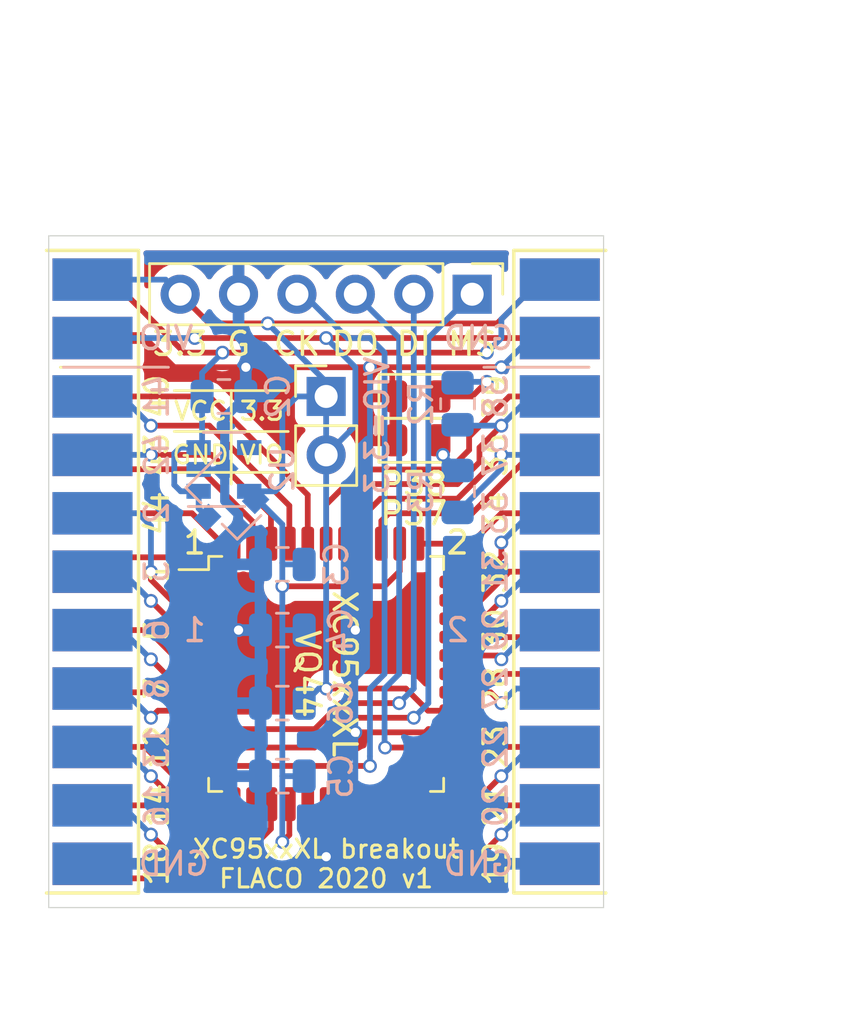
<source format=kicad_pcb>
(kicad_pcb (version 20211014) (generator pcbnew)
  (title_block (title "XC95xxXL-VQ64 Breakout board") (date "2020-11-23") (rev "1") (company "FLACO 2019, licence of this PCB is CC-BY-NC-SA") (comment 1 "breaks all IOs to external pins") (comment 2 "supports an optional active oscillator on GCK3") (comment 3 "supports user external VCCIO for 2.5v operation") (comment 4 "warning : jumpers are connected on PCB, cut the traces before installing the jumper"))
  (layers (0 "F.Cu" signal) (31 "B.Cu" signal) (34 "B.Paste" user) (35 "F.Paste" user) (36 "B.SilkS" user "B.Silkscreen") (37 "F.SilkS" user "F.Silkscreen") (38 "B.Mask" user) (39 "F.Mask" user) (44 "Edge.Cuts" user))
  (net 0 "")
  (net 1 "GND")
  (net 2 "+5V")
  (net 3 "Net-(D1-Pad2)")
  (net 4 "Net-(D2-Pad2)")
  (net 5 "/TCK")
  (net 6 "/TDO")
  (net 7 "/TDI")
  (net 8 "/TMS")
  (net 9 "/1_14")
  (net 10 "/1_2")
  (net 11 "/2_17")
  (net 12 "/2_9")
  (net 13 "/2_8")
  (net 14 "/2_6")
  (net 15 "/2_5")
  (net 16 "/2_2")
  (net 17 "/2_4")
  (net 18 "/2_3")
  (net 19 "/1_12")
  (net 20 "/1_17")
  (net 21 "/1_15")
  (net 22 "/1_10")
  (net 23 "/1_11")
  (net 24 "/1_9")
  (net 25 "/1_4")
  (net 26 "/1_3")
  (net 27 "/1_8")
  (net 28 "/1_6")
  (net 29 "/1_5")
  (net 30 "/2_15")
  (net 31 "/2_14")
  (net 32 "/2_12")
  (net 33 "/2_11")
  (net 34 "/2_10")
  (net 35 "+3.3V")
  (net 36 "/1_1")
  (net 37 "/2_1")
  (net 38 "/2_7")
  (net 39 "/2_13")
  (net 40 "/2_16")
  (net 41 "/1_16")
  (net 42 "/1_13")
  (net 43 "/1_7")
  (footprint "LED_SMD:LED_0805_2012Metric" (layer "F.Cu") (at 111.93 83.82)
    (fp_text reference "D1" hide)
    (fp_text value "4_15")
  )
  (footprint "LED_SMD:LED_0805_2012Metric" (layer "F.Cu") (at 111.93 85.725)
    (fp_text reference "D2" hide)
    (fp_text value "4_10")
  )
  (footprint "Connector_PinHeader_2.54mm:PinHeader_1x02_P2.54mm_Vertical" (layer "F.Cu") (at 107.95 83.82)
    (fp_text reference "JP2" hide)
    (fp_text value "VCCIO")
  )
  (footprint "Sassa:Pin_Header_2x11_Male_EdgeMount_Pitch2.54mm" (layer "F.Cu") (at 97.79 78.74 -90)
    (fp_text reference "J2" hide)
    (fp_text value "Block 1")
  )
  (footprint "Sassa:Pin_Header_2x11_Male_EdgeMount_Pitch2.54mm" (layer "F.Cu") (at 118.11 104.14 90)
    (fp_text reference "J3" hide)
    (fp_text value "Block 2")
  )
  (footprint "Connector_PinHeader_2.54mm:PinHeader_1x06_P2.54mm_Vertical" (layer "F.Cu") (at 114.3 79.375 -90)
    (fp_text reference "J1" hide)
    (fp_text value "JTAG")
  )
  (footprint "Package_QFP:LQFP-44_10x10mm_P0.8mm" (layer "F.Cu") (at 107.95 95.885)
    (fp_text reference "U1" hide)
    (fp_text value "XC9536XL-VQ44")
  )
  (footprint "Resistor_SMD:R_0805_2012Metric" (layer "B.Cu") (at 113.665 84.14 90)
    (fp_text reference "R2")
    (fp_text value "2k")
  )
  (footprint "Capacitor_SMD:C_0805_2012Metric" (layer "B.Cu") (at 106.045 97.155 180)
    (fp_text reference "C6")
    (fp_text value "100n")
  )
  (footprint "Capacitor_SMD:C_0805_2012Metric" (layer "B.Cu") (at 106.045 100.33 180)
    (fp_text reference "C5")
    (fp_text value "100n")
  )
  (footprint "Package_TO_SOT_SMD:SOT-23-5" (layer "B.Cu") (at 103.505 86.995)
    (fp_text reference "U2")
    (fp_text value "SPX3819M5-L-3-3")
  )
  (footprint "Capacitor_SMD:C_0805_2012Metric" (layer "B.Cu") (at 106.045 93.98 180)
    (fp_text reference "C4")
    (fp_text value "100n")
  )
  (footprint "Capacitor_SMD:C_0805_2012Metric" (layer "B.Cu") (at 103.505 83.82)
    (fp_text reference "C2")
    (fp_text value "1u")
  )
  (footprint "Capacitor_SMD:C_0805_2012Metric" (layer "B.Cu") (at 106.045 91.1225 180)
    (fp_text reference "C3")
    (fp_text value "1u")
  )
  (footprint "Resistor_SMD:R_0805_2012Metric" (layer "B.Cu") (at 113.665 87.95 90)
    (fp_text reference "R3")
    (fp_text value "2k")
  )
  (footprint "Sassa:SOT-23" (layer "B.Cu") (at 103.505 88.373858 -135)
    (fp_text reference "U3" hide)
    (fp_text value "XC6206PxxxMR")
  )
  (gr_line (start 96.52 82.55) (end 101.092 82.55) (layer "B.SilkS") (width 0.12))
  (gr_line (start 114.808 82.55) (end 119.38 82.55) (layer "B.SilkS") (width 0.12))
  (gr_line (start 96.393 82.55) (end 100.965 82.55) (layer "F.SilkS") (width 0.12))
  (gr_line (start 119.38 82.55) (end 114.935 82.55) (layer "F.SilkS") (width 0.12))
  (gr_line (start 101.346 87.122) (end 103.8225 87.122) (layer "F.SilkS") (width 0.12))
  (gr_line (start 101.346 85.344) (end 103.8225 85.344) (layer "F.SilkS") (width 0.12))
  (gr_line (start 106.299 83.566) (end 103.8225 83.566) (layer "F.SilkS") (width 0.12))
  (gr_line (start 106.299 87.122) (end 103.8225 87.122) (layer "F.SilkS") (width 0.12))
  (gr_line (start 106.299 85.344) (end 103.8225 85.344) (layer "F.SilkS") (width 0.12))
  (gr_line (start 101.346 83.566) (end 103.8225 83.566) (layer "F.SilkS") (width 0.12))
  (gr_line (start 103.8225 83.566) (end 103.8225 87.63) (layer "F.SilkS") (width 0.12))
  (gr_line (start 95.885 106.045) (end 95.885 76.835) (layer "Edge.Cuts") (width 0.05))
  (gr_line (start 120.015 76.835) (end 120.015 106.045) (layer "Edge.Cuts") (width 0.05))
  (gr_line (start 95.885 76.835) (end 120.015 76.835) (layer "Edge.Cuts") (width 0.05))
  (gr_line (start 120.015 106.045) (end 95.885 106.045) (layer "Edge.Cuts") (width 0.05))
  (gr_text "1" (at 102.235 93.98) (layer "B.SilkS") (effects (font (size 1 1)) (justify mirror)))
  (gr_text "2" (at 113.665 93.98) (layer "B.SilkS") (effects (font (size 1 1)) (justify mirror)))
  (gr_text "VIO=3.3" (at 110.1725 85.09 90) (layer "B.SilkS") (effects (font (size 1 1)) (justify mirror)))
  (gr_text "GND" (at 116.205 81.28) (layer "B.SilkS") (effects (font (size 1 1)) (justify left mirror)))
  (gr_text "VIO" (at 99.695 81.28) (layer "B.SilkS") (effects (font (size 1 1)) (justify right mirror)))
  (gr_text "6" (at 100.584 93.98 90) (layer "B.SilkS") (effects (font (size 1 1)) (justify mirror)))
  (gr_text "GND" (at 99.695 104.14) (layer "B.SilkS") (effects (font (size 1 1)) (justify right mirror)))
  (gr_text "20" (at 115.316 101.6 90) (layer "B.SilkS") (effects (font (size 1 1)) (justify mirror)))
  (gr_text "31" (at 115.316 91.44 90) (layer "B.SilkS") (effects (font (size 1 1)) (justify mirror)))
  (gr_text "2" (at 100.584 88.9 90) (layer "B.SilkS") (effects (font (size 1 1)) (justify mirror)))
  (gr_text "GND" (at 116.205 104.14) (layer "B.SilkS") (effects (font (size 1 1)) (justify left mirror)))
  (gr_text "8" (at 100.584 96.52 90) (layer "B.SilkS") (effects (font (size 1 1)) (justify mirror)))
  (gr_text "13" (at 100.584 99.06 90) (layer "B.SilkS") (effects (font (size 1 1)) (justify mirror)))
  (gr_text "3" (at 100.584 91.44 90) (layer "B.SilkS") (effects (font (size 1 1)) (justify mirror)))
  (gr_text "22" (at 115.316 99.06 90) (layer "B.SilkS") (effects (font (size 1 1)) (justify mirror)))
  (gr_text "29" (at 115.316 93.98 90) (layer "B.SilkS") (effects (font (size 1 1)) (justify mirror)))
  (gr_text "33" (at 115.316 88.9 90) (layer "B.SilkS") (effects (font (size 1 1)) (justify mirror)))
  (gr_text "37" (at 115.316 86.36 90) (layer "B.SilkS") (effects (font (size 1 1)) (justify mirror)))
  (gr_text "41" (at 100.584 83.82 90) (layer "B.SilkS") (effects (font (size 1 1)) (justify mirror)))
  (gr_text "38" (at 115.316 83.82 90) (layer "B.SilkS") (effects (font (size 1 1)) (justify mirror)))
  (gr_text "27" (at 115.316 96.52 90) (layer "B.SilkS") (effects (font (size 1 1)) (justify mirror)))
  (gr_text "42" (at 100.584 86.36 90) (layer "B.SilkS") (effects (font (size 1 1)) (justify mirror)))
  (gr_text "16" (at 100.584 101.6 90) (layer "B.SilkS") (effects (font (size 1 1)) (justify mirror)))
  (gr_text "34" (at 115.316 88.9 90) (layer "F.SilkS") (effects (font (size 1 1))))
  (gr_text "32" (at 115.316 91.44 90) (layer "F.SilkS") (effects (font (size 1 1))))
  (gr_text "VCC" (at 102.489 84.455) (layer "F.SilkS") (effects (font (size 0.8 0.8) (thickness 0.13))))
  (gr_text "VIO" (at 105.156 86.36) (layer "F.SilkS") (effects (font (size 0.8 0.8) (thickness 0.12))))
  (gr_text "GND" (at 102.489 86.36) (layer "F.SilkS") (effects (font (size 0.8 0.8) (thickness 0.12))))
  (gr_text "3.3" (at 105.156 84.455) (layer "F.SilkS") (effects (font (size 0.8 0.8) (thickness 0.13))))
  (gr_text "7" (at 100.584 96.52 90) (layer "F.SilkS") (effects (font (size 1 1))))
  (gr_text "36" (at 115.316 86.36 90) (layer "F.SilkS") (effects (font (size 1 1))))
  (gr_text "19" (at 115.316 104.14 90) (layer "F.SilkS") (effects (font (size 1 1))))
  (gr_text "CK" (at 106.68 81.534) (layer "F.SilkS") (effects (font (size 1 1))))
  (gr_text "P38" (at 111.76 87.63) (layer "F.SilkS") (effects (font (size 1 1))))
  (gr_text "23" (at 115.316 99.06 90) (layer "F.SilkS") (effects (font (size 1 1))))
  (gr_text "5" (at 100.584 93.98 90) (layer "F.SilkS") (effects (font (size 1 1))))
  (gr_text "DI" (at 111.76 81.534) (layer "F.SilkS") (effects (font (size 1 1))))
  (gr_text "MS" (at 114.3 81.534) (layer "F.SilkS") (effects (font (size 1 1))))
  (gr_text "39" (at 115.316 83.82 90) (layer "F.SilkS") (effects (font (size 1 1))))
  (gr_text "1" (at 100.584 91.44 90) (layer "F.SilkS") (effects (font (size 1 1))))
  (gr_text "14" (at 100.584 101.6 90) (layer "F.SilkS") (effects (font (size 1 1))))
  (gr_text "44" (at 100.584 88.9 90) (layer "F.SilkS") (effects (font (size 1 1))))
  (gr_text "1" (at 102.235 90.17) (layer "F.SilkS") (effects (font (size 1 1))))
  (gr_text "40" (at 100.584 83.82 90) (layer "F.SilkS") (effects (font (size 1 1))))
  (gr_text "43" (at 100.584 86.36 90) (layer "F.SilkS") (effects (font (size 1 1))))
  (gr_text "P37" (at 111.76 88.9) (layer "F.SilkS") (effects (font (size 1 1))))
  (gr_text "XC95xxXL\nVQ44" (at 107.95 95.885 270) (layer "F.SilkS") (effects (font (size 1 1))))
  (gr_text "18" (at 100.584 104.14 90) (layer "F.SilkS") (effects (font (size 1 1))))
  (gr_text "28" (at 115.316 96.52 90) (layer "F.SilkS") (effects (font (size 1 1))))
  (gr_text "G" (at 104.14 81.534) (layer "F.SilkS") (effects (font (size 1 1))))
  (gr_text "3.3" (at 101.6 81.534) (layer "F.SilkS") (effects (font (size 1 1))))
  (gr_text "2" (at 113.665 90.17) (layer "F.SilkS") (effects (font (size 1 1))))
  (gr_text "XC95xxXL breakout\nFLACO 2020 v1" (at 107.95 104.14) (layer "F.SilkS") (effects (font (size 0.8 0.8) (thickness 0.13))))
  (gr_text "12" (at 100.584 99.06 90) (layer "F.SilkS") (effects (font (size 1 1))))
  (gr_text "21" (at 115.316 101.6 90) (layer "F.SilkS") (effects (font (size 1 1))))
  (gr_text "30" (at 115.316 93.98 90) (layer "F.SilkS") (effects (font (size 1 1))))
  (gr_text "DO" (at 109.22 81.534) (layer "F.SilkS") (effects (font (size 1 1))))
  (segment (start 97.79 81.28) (end 99.8855 81.28) (width 0.25) (layer "F.Cu") (net 1))
  (segment (start 107.95 101.5475) (end 107.95 103.828759) (width 0.25) (layer "F.Cu") (net 1))
  (segment (start 110.83 83.82) (end 110.83 82.89) (width 0.25) (layer "F.Cu") (net 1))
  (segment (start 112.395 98.285) (end 113.6125 98.285) (width 0.25) (layer "F.Cu") (net 1))
  (segment (start 103.835 94.285) (end 104.140002 93.979998) (width 0.25) (layer "F.Cu") (net 1))
  (segment (start 112.395 98.285) (end 112.255 98.425) (width 0.25) (layer "F.Cu") (net 1))
  (segment (start 110.83 85.725) (end 110.83 83.82) (width 0.25) (layer "F.Cu") (net 1))
  (segment (start 109.855 82.55) (end 104.4575 82.55) (width 0.25) (layer "F.Cu") (net 1))
  (segment (start 101.1555 82.55) (end 104.4575 82.55) (width 0.25) (layer "F.Cu") (net 1))
  (segment (start 99.8855 81.28) (end 101.1555 82.55) (width 0.25) (layer "F.Cu") (net 1))
  (segment (start 102.2875 94.285) (end 103.835 94.285) (width 0.25) (layer "F.Cu") (net 1))
  (segment (start 107.95 103.828759) (end 107.953174 103.831933) (width 0.25) (layer "F.Cu") (net 1))
  (segment (start 110.83 82.89) (end 110.49 82.55) (width 0.25) (layer "F.Cu") (net 1))
  (segment (start 109.219998 93.979998) (end 109.22 93.98) (width 0.25) (layer "F.Cu") (net 1))
  (segment (start 109.855 82.55) (end 110.49 82.55) (width 0.25) (layer "F.Cu") (net 1))
  (segment (start 112.255 98.425) (end 109.22 98.425) (width 0.25) (layer "F.Cu") (net 1))
  (segment (start 104.140002 93.979998) (end 109.219998 93.979998) (width 0.25) (layer "F.Cu") (net 1))
  (segment (start 110.49 82.55) (end 115.57 82.55) (width 0.25) (layer "F.Cu") (net 1))
  (via (at 115.57 82.55) (size 0.6) (drill 0.4) (layers "F.Cu" "B.Cu") (net 1))
  (via (at 104.140002 93.979998) (size 0.6) (drill 0.4) (layers "F.Cu" "B.Cu") (net 1))
  (via (at 107.953174 103.831933) (size 0.6) (drill 0.4) (layers "F.Cu" "B.Cu") (net 1))
  (via (at 109.22 98.425) (size 0.6) (drill 0.4) (layers "F.Cu" "B.Cu") (net 1))
  (via (at 109.855 82.55) (size 0.6) (drill 0.4) (layers "F.Cu" "B.Cu") (net 1))
  (via (at 104.4575 82.55) (size 0.6) (drill 0.4) (layers "F.Cu" "B.Cu") (net 1))
  (via (at 109.22 93.98) (size 0.6) (drill 0.4) (layers "F.Cu" "B.Cu") (net 1))
  (segment (start 102.405 86.995) (end 103.540355 86.995) (width 0.25) (layer "B.Cu") (net 1))
  (segment (start 115.57 82.55) (end 116.84 81.28) (width 0.25) (layer "B.Cu") (net 1))
  (segment (start 104.4575 83.8175) (end 104.455 83.82) (width 0.4) (layer "B.Cu") (net 1))
  (segment (start 107.953174 103.831933) (end 109.22 102.565107) (width 0.25) (layer "B.Cu") (net 1))
  (segment (start 103.540355 88.363855) (end 104.14 88.9635) (width 0.4) (layer "B.Cu") (net 1))
  (segment (start 104.4575 81.534) (end 104.4575 82.55) (width 0.4) (layer "B.Cu") (net 1))
  (segment (start 104.14 88.9635) (end 104.14 89.535) (width 0.4) (layer "B.Cu") (net 1))
  (segment (start 103.540355 86.995) (end 103.540355 88.363855) (width 0.4) (layer "B.Cu") (net 1))
  (segment (start 104.4575 82.55) (end 104.4575 83.8175) (width 0.4) (layer "B.Cu") (net 1))
  (segment (start 103.540355 86.995) (end 103.540355 84.734645) (width 0.4) (layer "B.Cu") (net 1))
  (segment (start 104.14 81.2165) (end 104.4575 81.534) (width 0.4) (layer "B.Cu") (net 1))
  (segment (start 103.540355 84.734645) (end 104.455 83.82) (width 0.4) (layer "B.Cu") (net 1))
  (segment (start 109.855 93.345) (end 109.22 93.98) (width 0.25) (layer "B.Cu") (net 1))
  (segment (start 109.22 98.425) (end 109.22 93.98) (width 0.25) (layer "B.Cu") (net 1))
  (segment (start 116.84 81.28) (end 118.11 81.28) (width 0.25) (layer "B.Cu") (net 1))
  (segment (start 109.855 82.55) (end 109.855 93.345) (width 0.25) (layer "B.Cu") (net 1))
  (segment (start 109.22 102.565107) (end 109.22 98.425) (width 0.25) (layer "B.Cu") (net 1))
  (segment (start 104.14 79.375) (end 104.14 81.2165) (width 0.4) (layer "B.Cu") (net 1))
  (segment (start 97.79 78.74) (end 98.606666 78.74) (width 0.25) (layer "F.Cu") (net 2))
  (segment (start 103.864254 81.915) (end 103.43999 81.915) (width 0.25) (layer "F.Cu") (net 2))
  (segment (start 101.781666 81.915) (end 103.43999 81.915) (width 0.25) (layer "F.Cu") (net 2))
  (segment (start 114.935 81.915) (end 103.864254 81.915) (width 0.25) (layer "F.Cu") (net 2))
  (segment (start 98.606666 78.74) (end 101.781666 81.915) (width 0.25) (layer "F.Cu") (net 2))
  (via (at 103.43999 81.915) (size 0.6) (drill 0.4) (layers "F.Cu" "B.Cu") (net 2))
  (via (at 114.935 81.915) (size 0.6) (drill 0.4) (layers "F.Cu" "B.Cu") (net 2))
  (segment (start 101.625 87.945) (end 102.405 87.945) (width 0.25) (layer "B.Cu") (net 2))
  (segment (start 102.555 85.895) (end 102.405 86.045) (width 0.25) (layer "B.Cu") (net 2))
  (segment (start 102.555 83.82) (end 102.555 85.895) (width 0.25) (layer "B.Cu") (net 2))
  (segment (start 102.405 88.688072) (end 102.797893 89.080965) (width 0.25) (layer "B.Cu") (net 2))
  (segment (start 102.405 87.945) (end 102.405 88.688072) (width 0.25) (layer "B.Cu") (net 2))
  (segment (start 101.346 86.2965) (end 101.346 87.666) (width 0.25) (layer "B.Cu") (net 2))
  (segment (start 101.346 87.666) (end 101.625 87.945) (width 0.25) (layer "B.Cu") (net 2))
  (segment (start 114.935 81.915) (end 115.57 81.28) (width 0.25) (layer "B.Cu") (net 2))
  (segment (start 117.293334 78.74) (end 118.11 78.74) (width 0.25) (layer "B.Cu") (net 2))
  (segment (start 115.57 81.28) (end 115.57 80.463334) (width 0.25) (layer "B.Cu") (net 2))
  (segment (start 102.555 82.79999) (end 103.43999 81.915) (width 0.25) (layer "B.Cu") (net 2))
  (segment (start 102.405 86.045) (end 101.5975 86.045) (width 0.25) (layer "B.Cu") (net 2))
  (segment (start 115.57 80.463334) (end 117.293334 78.74) (width 0.25) (layer "B.Cu") (net 2))
  (segment (start 101.5975 86.045) (end 101.346 86.2965) (width 0.25) (layer "B.Cu") (net 2))
  (segment (start 102.555 83.82) (end 102.555 82.79999) (width 0.25) (layer "B.Cu") (net 2))
  (segment (start 113.03 83.82) (end 114.3 83.82) (width 0.25) (layer "F.Cu") (net 3))
  (segment (start 114.3 83.82) (end 114.935 83.185) (width 0.25) (layer "F.Cu") (net 3))
  (via (at 114.935 83.185) (size 0.6) (drill 0.4) (layers "F.Cu" "B.Cu") (net 3))
  (segment (start 113.67 83.185) (end 113.665 83.19) (width 0.25) (layer "B.Cu") (net 3))
  (segment (start 114.935 83.185) (end 113.67 83.185) (width 0.25) (layer "B.Cu") (net 3))
  (segment (start 113.03 85.725) (end 113.03 86.36) (width 0.25) (layer "F.Cu") (net 4))
  (via (at 113.03 86.36) (size 0.6) (drill 0.4) (layers "F.Cu" "B.Cu") (net 4))
  (segment (start 113.03 86.365) (end 113.665 87) (width 0.25) (layer "B.Cu") (net 4))
  (segment (start 113.03 86.36) (end 113.03 86.365) (width 0.25) (layer "B.Cu") (net 4))
  (segment (start 102.288 99.8855) (end 105.6005 99.8855) (width 0.25) (layer "F.Cu") (net 5))
  (segment (start 102.2875 99.885) (end 102.288 99.8855) (width 0.25) (layer "F.Cu") (net 5))
  (segment (start 105.6005 99.8855) (end 109.855 99.8855) (width 0.25) (layer "F.Cu") (net 5))
  (via (at 109.855 99.8855) (size 0.6) (drill 0.4) (layers "F.Cu" "B.Cu") (net 5))
  (segment (start 109.855 99.461236) (end 109.855 99.8855) (width 0.25) (layer "B.Cu") (net 5))
  (segment (start 110.49 81.915) (end 110.49 95.885) (width 0.25) (layer "B.Cu") (net 5))
  (segment (start 110.49 95.885) (end 109.855 96.52) (width 0.25) (layer "B.Cu") (net 5))
  (segment (start 109.855 81.28) (end 110.49 81.915) (width 0.25) (layer "B.Cu") (net 5))
  (segment (start 108.875002 81.28) (end 109.855 81.28) (width 0.25) (layer "B.Cu") (net 5))
  (segment (start 106.970002 79.375) (end 108.875002 81.28) (width 0.25) (layer "B.Cu") (net 5))
  (segment (start 106.68 79.375) (end 106.970002 79.375) (width 0.25) (layer "B.Cu") (net 5))
  (segment (start 109.855 96.52) (end 109.855 99.461236) (width 0.25) (layer "B.Cu") (net 5))
  (segment (start 113.6125 99.085) (end 110.515 99.085) (width 0.25) (layer "F.Cu") (net 6))
  (via (at 110.515 99.085) (size 0.6) (drill 0.4) (layers "F.Cu" "B.Cu") (net 6))
  (segment (start 110.49 99.06) (end 110.515 99.085) (width 0.25) (layer "B.Cu") (net 6))
  (segment (start 109.22 79.375) (end 111.125 81.28) (width 0.25) (layer "B.Cu") (net 6))
  (segment (start 110.49 96.52141) (end 110.49 99.06) (width 0.25) (layer "B.Cu") (net 6))
  (segment (start 111.125 95.88641) (end 110.49 96.52141) (width 0.25) (layer "B.Cu") (net 6))
  (segment (start 111.125 81.28) (end 111.125 95.88641) (width 0.25) (layer "B.Cu") (net 6))
  (segment (start 107.455 98.285) (end 108.585 97.155) (width 0.25) (layer "F.Cu") (net 7))
  (segment (start 102.2875 98.285) (end 107.455 98.285) (width 0.25) (layer "F.Cu") (net 7))
  (segment (start 108.585 97.155) (end 111.125 97.155) (width 0.25) (layer "F.Cu") (net 7))
  (via (at 111.125 97.155) (size 0.6) (drill 0.4) (layers "F.Cu" "B.Cu") (net 7))
  (segment (start 111.76 79.375) (end 111.76 96.52) (width 0.25) (layer "B.Cu") (net 7))
  (segment (start 111.76 96.52) (end 111.125 97.155) (width 0.25) (layer "B.Cu") (net 7))
  (segment (start 108.741805 97.79) (end 111.76 97.79) (width 0.25) (layer "F.Cu") (net 8))
  (segment (start 102.2875 99.085) (end 107.446805 99.085) (width 0.25) (layer "F.Cu") (net 8))
  (segment (start 107.446805 99.085) (end 108.741805 97.79) (width 0.25) (layer "F.Cu") (net 8))
  (via (at 111.76 97.79) (size 0.6) (drill 0.4) (layers "F.Cu" "B.Cu") (net 8))
  (segment (start 112.395 97.155) (end 111.76 97.79) (width 0.25) (layer "B.Cu") (net 8))
  (segment (start 114.3 79.375) (end 112.395 81.28) (width 0.25) (layer "B.Cu") (net 8))
  (segment (start 112.395 81.28) (end 112.395 97.155) (width 0.25) (layer "B.Cu") (net 8))
  (segment (start 102.87 102.87) (end 100.33 100.33) (width 0.25) (layer "F.Cu") (net 9))
  (segment (start 104.75 101.5475) (end 104.75 102.514) (width 0.25) (layer "F.Cu") (net 9))
  (segment (start 104.75 102.514) (end 104.394 102.87) (width 0.25) (layer "F.Cu") (net 9))
  (segment (start 104.394 102.87) (end 102.87 102.87) (width 0.25) (layer "F.Cu") (net 9))
  (via (at 100.33 100.33) (size 0.6) (drill 0.4) (layers "F.Cu" "B.Cu") (net 9))
  (segment (start 99.06 99.06) (end 97.79 99.06) (width 0.25) (layer "B.Cu") (net 9))
  (segment (start 100.33 100.33) (end 99.06 99.06) (width 0.25) (layer "B.Cu") (net 9))
  (segment (start 102.87 85.09) (end 100.33 85.09) (width 0.25) (layer "F.Cu") (net 10))
  (segment (start 106.35 88.57) (end 102.87 85.09) (width 0.25) (layer "F.Cu") (net 10))
  (segment (start 106.35 90.2225) (end 106.35 88.57) (width 0.25) (layer "F.Cu") (net 10))
  (via (at 100.33 85.09) (size 0.6) (drill 0.4) (layers "F.Cu" "B.Cu") (net 10))
  (segment (start 100.33 85.09) (end 99.06 83.82) (width 0.25) (layer "B.Cu") (net 10))
  (segment (start 99.06 83.82) (end 97.79 83.82) (width 0.25) (layer "B.Cu") (net 10))
  (segment (start 109.55 101.5475) (end 109.55 103.073) (width 0.25) (layer "F.Cu") (net 11))
  (segment (start 110.617 104.14) (end 118.11 104.14) (width 0.25) (layer "F.Cu") (net 11))
  (segment (start 109.55 103.073) (end 110.617 104.14) (width 0.25) (layer "F.Cu") (net 11))
  (segment (start 113.6125 94.285) (end 117.805 94.285) (width 0.25) (layer "F.Cu") (net 12))
  (segment (start 117.805 94.285) (end 118.11 93.98) (width 0.25) (layer "F.Cu") (net 12))
  (segment (start 113.6125 93.485) (end 114.795 93.485) (width 0.25) (layer "F.Cu") (net 13))
  (segment (start 114.795 93.485) (end 115.57 92.71) (width 0.25) (layer "F.Cu") (net 13))
  (via (at 115.57 92.71) (size 0.6) (drill 0.4) (layers "F.Cu" "B.Cu") (net 13))
  (segment (start 116.84 91.44) (end 115.57 92.71) (width 0.25) (layer "B.Cu") (net 13))
  (segment (start 118.11 91.44) (end 116.84 91.44) (width 0.25) (layer "B.Cu") (net 13))
  (segment (start 113.6125 91.885) (end 114.49 91.885) (width 0.25) (layer "F.Cu") (net 14))
  (segment (start 115.57 90.805) (end 115.57 90.17) (width 0.25) (layer "F.Cu") (net 14))
  (segment (start 114.49 91.885) (end 115.57 90.805) (width 0.25) (layer "F.Cu") (net 14))
  (via (at 115.57 90.17) (size 0.6) (drill 0.4) (layers "F.Cu" "B.Cu") (net 14))
  (segment (start 118.11 88.9) (end 116.84 88.9) (width 0.25) (layer "B.Cu") (net 14))
  (segment (start 116.84 88.9) (end 115.57 90.17) (width 0.25) (layer "B.Cu") (net 14))
  (segment (start 115.57 88.9) (end 118.11 88.9) (width 0.25) (layer "F.Cu") (net 15))
  (segment (start 111.95 90.2225) (end 114.2475 90.2225) (width 0.25) (layer "F.Cu") (net 15))
  (segment (start 114.2475 90.2225) (end 115.57 88.9) (width 0.25) (layer "F.Cu") (net 15))
  (segment (start 114.6175 86.67609) (end 113.66359 87.63) (width 0.25) (layer "F.Cu") (net 16))
  (segment (start 115.57 85.09) (end 114.6175 86.0425) (width 0.25) (layer "F.Cu") (net 16))
  (segment (start 109.855 87.63) (end 108.75 88.735) (width 0.25) (layer "F.Cu") (net 16))
  (segment (start 108.75 88.735) (end 108.75 90.2225) (width 0.25) (layer "F.Cu") (net 16))
  (segment (start 114.6175 86.0425) (end 114.6175 86.67609) (width 0.25) (layer "F.Cu") (net 16))
  (segment (start 113.66359 87.63) (end 109.855 87.63) (width 0.25) (layer "F.Cu") (net 16))
  (via (at 115.57 85.09) (size 0.6) (drill 0.4) (layers "F.Cu" "B.Cu") (net 16))
  (segment (start 115.57 85.09) (end 113.7025 85.09) (width 0.25) (layer "B.Cu") (net 16))
  (segment (start 113.7025 85.09) (end 113.665 85.0525) (width 0.25) (layer "B.Cu") (net 16))
  (segment (start 116.84 83.82) (end 118.11 83.82) (width 0.25) (layer "B.Cu") (net 16))
  (segment (start 115.57 85.09) (end 116.84 83.82) (width 0.25) (layer "B.Cu") (net 16))
  (segment (start 109.55 89.0275) (end 110.3125 88.265) (width 0.25) (layer "F.Cu") (net 17))
  (segment (start 113.665 88.265) (end 115.57 86.36) (width 0.25) (layer "F.Cu") (net 17))
  (segment (start 109.55 90.2225) (end 109.55 89.0275) (width 0.25) (layer "F.Cu") (net 17))
  (segment (start 110.3125 88.265) (end 113.665 88.265) (width 0.25) (layer "F.Cu") (net 17))
  (via (at 115.57 86.36) (size 0.6) (drill 0.4) (layers "F.Cu" "B.Cu") (net 17))
  (segment (start 113.665 88.8625) (end 115.57 86.9575) (width 0.25) (layer "B.Cu") (net 17))
  (segment (start 115.57 86.9575) (end 115.57 86.36) (width 0.25) (layer "B.Cu") (net 17))
  (segment (start 115.57 86.36) (end 118.11 86.36) (width 0.25) (layer "B.Cu") (net 17))
  (segment (start 110.6805 88.9) (end 114.3 88.9) (width 0.25) (layer "F.Cu") (net 18))
  (segment (start 110.35 90.2225) (end 110.35 89.2305) (width 0.25) (layer "F.Cu") (net 18))
  (segment (start 116.84 86.36) (end 118.11 86.36) (width 0.25) (layer "F.Cu") (net 18))
  (segment (start 114.3 88.9) (end 116.84 86.36) (width 0.25) (layer "F.Cu") (net 18))
  (segment (start 110.35 89.2305) (end 110.6805 88.9) (width 0.25) (layer "F.Cu") (net 18))
  (segment (start 102.2875 97.485) (end 100.635 97.485) (width 0.25) (layer "F.Cu") (net 19))
  (segment (start 100.635 97.485) (end 100.33 97.79) (width 0.25) (layer "F.Cu") (net 19))
  (via (at 100.33 97.79) (size 0.6) (drill 0.4) (layers "F.Cu" "B.Cu") (net 19))
  (segment (start 99.06 96.52) (end 97.79 96.52) (width 0.25) (layer "B.Cu") (net 19))
  (segment (start 100.33 97.79) (end 99.06 96.52) (width 0.25) (layer "B.Cu") (net 19))
  (segment (start 108.75 103.975) (end 108.75 101.5475) (width 0.25) (layer "F.Cu") (net 20))
  (segment (start 97.79 104.14) (end 98.425 104.775) (width 0.25) (layer "F.Cu") (net 20))
  (segment (start 98.425 104.775) (end 107.95 104.775) (width 0.25) (layer "F.Cu") (net 20))
  (segment (start 107.95 104.775) (end 108.75 103.975) (width 0.25) (layer "F.Cu") (net 20))
  (segment (start 105.55 102.619228) (end 105.55 101.5475) (width 0.25) (layer "F.Cu") (net 21))
  (segment (start 102.092511 103.320011) (end 104.849217 103.320011) (width 0.25) (layer "F.Cu") (net 21))
  (segment (start 97.79 101.6) (end 100.3725 101.6) (width 0.25) (layer "F.Cu") (net 21))
  (segment (start 104.849217 103.320011) (end 105.55 102.619228) (width 0.25) (layer "F.Cu") (net 21))
  (segment (start 100.3725 101.6) (end 102.092511 103.320011) (width 0.25) (layer "F.Cu") (net 21))
  (segment (start 102.2875 95.885) (end 100.965 95.885) (width 0.25) (layer "F.Cu") (net 22))
  (segment (start 100.965 95.885) (end 100.33 95.25) (width 0.25) (layer "F.Cu") (net 22))
  (via (at 100.33 95.25) (size 0.6) (drill 0.4) (layers "F.Cu" "B.Cu") (net 22))
  (segment (start 99.06 93.98) (end 100.33 95.25) (width 0.25) (layer "B.Cu") (net 22))
  (segment (start 97.79 93.98) (end 99.06 93.98) (width 0.25) (layer "B.Cu") (net 22))
  (segment (start 102.2875 96.685) (end 97.955 96.685) (width 0.25) (layer "F.Cu") (net 23))
  (segment (start 97.955 96.685) (end 97.79 96.52) (width 0.25) (layer "F.Cu") (net 23))
  (segment (start 101.308 95.085) (end 102.2875 95.085) (width 0.25) (layer "F.Cu") (net 24))
  (segment (start 100.203 93.98) (end 101.308 95.085) (width 0.25) (layer "F.Cu") (net 24))
  (segment (start 97.79 93.98) (end 100.203 93.98) (width 0.25) (layer "F.Cu") (net 24))
  (segment (start 105.55 88.945) (end 102.965 86.36) (width 0.25) (layer "F.Cu") (net 25))
  (segment (start 105.55 90.2225) (end 105.55 88.945) (width 0.25) (layer "F.Cu") (net 25))
  (segment (start 102.965 86.36) (end 100.33 86.36) (width 0.25) (layer "F.Cu") (net 25))
  (via (at 100.33 86.36) (size 0.6) (drill 0.4) (layers "F.Cu" "B.Cu") (net 25))
  (segment (start 97.79 86.36) (end 100.33 86.36) (width 0.25) (layer "B.Cu") (net 25))
  (segment (start 104.75 90.2225) (end 104.75 89.256) (width 0.25) (layer "F.Cu") (net 26))
  (segment (start 102.479001 86.985001) (end 98.415001 86.985001) (width 0.25) (layer "F.Cu") (net 26))
  (segment (start 104.75 89.256) (end 102.479001 86.985001) (width 0.25) (layer "F.Cu") (net 26))
  (segment (start 98.415001 86.985001) (end 97.79 86.36) (width 0.25) (layer "F.Cu") (net 26))
  (segment (start 101.105 93.485) (end 100.33 92.71) (width 0.25) (layer "F.Cu") (net 27))
  (segment (start 102.2875 93.485) (end 101.105 93.485) (width 0.25) (layer "F.Cu") (net 27))
  (via (at 100.33 92.71) (size 0.6) (drill 0.4) (layers "F.Cu" "B.Cu") (net 27))
  (segment (start 100.33 92.71) (end 99.06 91.44) (width 0.25) (layer "B.Cu") (net 27))
  (segment (start 99.06 91.44) (end 97.79 91.44) (width 0.25) (layer "B.Cu") (net 27))
  (segment (start 102.2875 92.685) (end 101.230002 92.685) (width 0.25) (layer "F.Cu") (net 28))
  (segment (start 101.230002 92.685) (end 100.33 91.784998) (width 0.25) (layer "F.Cu") (net 28))
  (segment (start 100.33 91.784998) (end 100.33 91.44) (width 0.25) (layer "F.Cu") (net 28))
  (via (at 100.33 91.44) (size 0.6) (drill 0.4) (layers "F.Cu" "B.Cu") (net 28))
  (segment (start 100.33 89.45) (end 100.33 91.44) (width 0.25) (layer "B.Cu") (net 28))
  (segment (start 97.79 88.9) (end 99.78 88.9) (width 0.25) (layer "B.Cu") (net 28))
  (segment (start 99.78 88.9) (end 100.33 89.45) (width 0.25) (layer "B.Cu") (net 28))
  (segment (start 103.43625 90.2225) (end 102.11375 88.9) (width 0.25) (layer "F.Cu") (net 29))
  (segment (start 102.11375 88.9) (end 97.79 88.9) (width 0.25) (layer "F.Cu") (net 29))
  (segment (start 103.95 90.2225) (end 103.43625 90.2225) (width 0.25) (layer "F.Cu") (net 29))
  (segment (start 111.15 101.5475) (end 111.15 102.514) (width 0.25) (layer "F.Cu") (net 30))
  (segment (start 114.175005 102.87) (end 115.445005 101.6) (width 0.25) (layer "F.Cu") (net 30))
  (segment (start 111.15 102.514) (end 111.506 102.87) (width 0.25) (layer "F.Cu") (net 30))
  (segment (start 111.506 102.87) (end 114.175005 102.87) (width 0.25) (layer "F.Cu") (net 30))
  (segment (start 115.445005 101.6) (end 118.11 101.6) (width 0.25) (layer "F.Cu") (net 30))
  (segment (start 114.0775 101.8225) (end 115.57 100.33) (width 0.25) (layer "F.Cu") (net 31))
  (segment (start 111.95 101.5475) (end 112.225 101.8225) (width 0.25) (layer "F.Cu") (net 31))
  (segment (start 112.225 101.8225) (end 114.0775 101.8225) (width 0.25) (layer "F.Cu") (net 31))
  (via (at 115.57 100.33) (size 0.6) (drill 0.4) (layers "F.Cu" "B.Cu") (net 31))
  (segment (start 116.84 99.06) (end 115.57 100.33) (width 0.25) (layer "B.Cu") (net 31))
  (segment (start 118.11 99.06) (end 116.84 99.06) (width 0.25) (layer "B.Cu") (net 31))
  (segment (start 115.1 96.685) (end 115.57 97.155) (width 0.25) (layer "F.Cu") (net 32))
  (segment (start 113.6125 96.685) (end 115.1 96.685) (width 0.25) (layer "F.Cu") (net 32))
  (via (at 115.57 97.155) (size 0.6) (drill 0.4) (layers "F.Cu" "B.Cu") (net 32))
  (segment (start 116.205 96.52) (end 115.57 97.155) (width 0.25) (layer "B.Cu") (net 32))
  (segment (start 118.11 96.52) (end 116.205 96.52) (width 0.25) (layer "B.Cu") (net 32))
  (segment (start 117.475 95.885) (end 118.11 96.52) (width 0.25) (layer "F.Cu") (net 33))
  (segment (start 113.6125 95.885) (end 117.475 95.885) (width 0.25) (layer "F.Cu") (net 33))
  (segment (start 113.6125 95.085) (end 115.405 95.085) (width 0.25) (layer "F.Cu") (net 34))
  (segment (start 115.405 95.085) (end 115.57 95.25) (width 0.25) (layer "F.Cu") (net 34))
  (via (at 115.57 95.25) (size 0.6) (drill 0.4) (layers "F.Cu" "B.Cu") (net 34))
  (segment (start 118.11 93.98) (end 116.84 93.98) (width 0.25) (layer "B.Cu") (net 34))
  (segment (start 116.84 93.98) (end 115.57 95.25) (width 0.25) (layer "B.Cu") (net 34))
  (segment (start 107.95 81.28) (end 102.235 81.28) (width 0.25) (layer "F.Cu") (net 35))
  (segment (start 115.388334 80.645) (end 117.293334 78.74) (width 0.25) (layer "F.Cu") (net 35))
  (segment (start 112.380002 97.485) (end 111.415002 96.52) (width 0.25) (layer "F.Cu") (net 35))
  (segment (start 111.415002 96.52) (end 107.95 96.52) (width 0.25) (layer "F.Cu") (net 35))
  (segment (start 106.35 102.8825) (end 106.045 103.1875) (width 0.25) (layer "F.Cu") (net 35))
  (segment (start 110.490004 92.074996) (end 106.045 92.074996) (width 0.25) (layer "F.Cu") (net 35))
  (segment (start 118.11 81.28) (end 107.95 81.28) (width 0.25) (layer "F.Cu") (net 35))
  (segment (start 113.6125 97.485) (end 112.380002 97.485) (width 0.25) (layer "F.Cu") (net 35))
  (segment (start 111.15 90.2225) (end 111.15 91.415) (width 0.25) (layer "F.Cu") (net 35))
  (segment (start 105.41 80.645) (end 115.388334 80.645) (width 0.25) (layer "F.Cu") (net 35))
  (segment (start 102.87 80.645) (end 105.41 80.645) (width 0.25) (layer "F.Cu") (net 35))
  (segment (start 106.35 101.5475) (end 106.35 102.8825) (width 0.25) (layer "F.Cu") (net 35))
  (segment (start 117.293334 78.74) (end 118.11 78.74) (width 0.25) (layer "F.Cu") (net 35))
  (segment (start 111.15 91.415) (end 110.490004 92.074996) (width 0.25) (layer "F.Cu") (net 35))
  (segment (start 101.6 79.375) (end 102.87 80.645) (width 0.25) (layer "F.Cu") (net 35))
  (via (at 107.95 96.52) (size 0.6) (drill 0.4) (layers "F.Cu" "B.Cu") (net 35))
  (via (at 106.045 103.1875) (size 0.6) (drill 0.4) (layers "F.Cu" "B.Cu") (net 35))
  (via (at 105.41 80.645) (size 0.6) (drill 0.4) (layers "F.Cu" "B.Cu") (net 35))
  (via (at 107.95 81.28) (size 0.6) (drill 0.4) (layers "F.Cu" "B.Cu") (net 35))
  (via (at 106.045 92.074996) (size 0.6) (drill 0.4) (layers "F.Cu" "B.Cu") (net 35))
  (via (at 102.235 81.28) (size 0.6) (drill 0.4) (layers "F.Cu" "B.Cu") (net 35))
  (segment (start 106.995 91.1225) (end 106.1085 91.1225) (width 0.25) (layer "B.Cu") (net 35))
  (segment (start 106.995 93.98) (end 106.045 93.98) (width 0.25) (layer "B.Cu") (net 35))
  (segment (start 107.95 83.82) (end 107.95 83.185) (width 0.25) (layer "B.Cu") (net 35))
  (segment (start 107.95 86.36) (end 109.22 85.09) (width 0.25) (layer "B.Cu") (net 35))
  (segment (start 97.79 78.74) (end 100.965 78.74) (width 0.25) (layer "B.Cu") (net 35))
  (segment (start 107.95 86.36) (end 107.95 83.82) (width 0.25) (layer "B.Cu") (net 35))
  (segment (start 106.045 89.385) (end 106.045 91.059) (width 0.25) (layer "B.Cu") (net 35))
  (segment (start 107.95 96.52) (end 107.63 96.52) (width 0.25) (layer "B.Cu") (net 35))
  (segment (start 104.605 87.945) (end 104.605 88.059645) (width 0.25) (layer "B.Cu") (net 35))
  (segment (start 105.73 87.945) (end 106.045 87.63) (width 0.25) (layer "B.Cu") (net 35))
  (segment (start 107.95 81.28) (end 109.22 82.55) (width 0.25) (layer "B.Cu") (net 35))
  (segment (start 104.605 87.945) (end 106.045 89.385) (width 0.25) (layer "B.Cu") (net 35))
  (segment (start 106.045 91.059) (end 106.045 93.345) (width 0.25) (layer "B.Cu") (net 35))
  (segment (start 107.95 83.82) (end 106.68 83.82) (width 0.25) (layer "B.Cu") (net 35))
  (segment (start 97.79 81.28) (end 102.235 81.28) (width 0.25) (layer "B.Cu") (net 35))
  (segment (start 106.1085 91.1225) (end 106.045 91.059) (width 0.25) (layer "B.Cu") (net 35))
  (segment (start 107.63 96.52) (end 106.995 97.155) (width 0.25) (layer "B.Cu") (net 35))
  (segment (start 106.045 84.455) (end 106.045 87.63) (width 0.25) (layer "B.Cu") (net 35))
  (segment (start 105.73 87.945) (end 104.605 87.945) (width 0.25) (layer "B.Cu") (net 35))
  (segment (start 104.605 88.059645) (end 104.883858 88.338503) (width 0.25) (layer "B.Cu") (net 35))
  (segment (start 106.045 93.345) (end 106.045 93.98) (width 0.25) (layer "B.Cu") (net 35))
  (segment (start 107.95 96.52) (end 107.95 92.71) (width 0.25) (layer "B.Cu") (net 35))
  (segment (start 109.22 82.55) (end 109.22 85.09) (width 0.25) (layer "B.Cu") (net 35))
  (segment (start 107.95 83.185) (end 105.41 80.645) (width 0.25) (layer "B.Cu") (net 35))
  (segment (start 100.965 78.74) (end 101.6 79.375) (width 0.25) (layer "B.Cu") (net 35))
  (segment (start 106.045 93.98) (end 106.045 100.33) (width 0.25) (layer "B.Cu") (net 35))
  (segment (start 106.045 100.33) (end 106.045 103.1875) (width 0.25) (layer "B.Cu") (net 35))
  (segment (start 107.95 92.71) (end 107.95 86.36) (width 0.25) (layer "B.Cu") (net 35))
  (segment (start 106.995 100.33) (end 106.045 100.33) (width 0.25) (layer "B.Cu") (net 35))
  (segment (start 106.68 83.82) (end 106.045 84.455) (width 0.25) (layer "B.Cu") (net 35))
  (segment (start 102.87 83.82) (end 97.79 83.82) (width 0.25) (layer "F.Cu") (net 36))
  (segment (start 107.15 90.2225) (end 107.15 88.1) (width 0.25) (layer "F.Cu") (net 36))
  (segment (start 107.15 88.1) (end 102.87 83.82) (width 0.25) (layer "F.Cu") (net 36))
  (segment (start 114.16749 85.567508) (end 115.914998 83.82) (width 0.25) (layer "F.Cu") (net 37))
  (segment (start 107.95 88.519) (end 109.474 86.995) (width 0.25) (layer "F.Cu") (net 37))
  (segment (start 114.167489 86.147513) (end 114.16749 85.567508) (width 0.25) (layer "F.Cu") (net 37))
  (segment (start 113.320002 86.995) (end 114.167489 86.147513) (width 0.25) (layer "F.Cu") (net 37))
  (segment (start 107.95 90.2225) (end 107.95 88.519) (width 0.25) (layer "F.Cu") (net 37))
  (segment (start 115.914998 83.82) (end 118.11 83.82) (width 0.25) (layer "F.Cu") (net 37))
  (segment (start 109.474 86.995) (end 113.320002 86.995) (width 0.25) (layer "F.Cu") (net 37))
  (segment (start 115.914996 91.44) (end 118.11 91.44) (width 0.25) (layer "F.Cu") (net 38))
  (segment (start 114.669996 92.685) (end 115.914996 91.44) (width 0.25) (layer "F.Cu") (net 38))
  (segment (start 113.6125 92.685) (end 114.669996 92.685) (width 0.25) (layer "F.Cu") (net 38))
  (segment (start 113.6125 99.885) (end 114.618 99.885) (width 0.25) (layer "F.Cu") (net 39))
  (segment (start 114.618 99.885) (end 115.443 99.06) (width 0.25) (layer "F.Cu") (net 39))
  (segment (start 115.443 99.06) (end 118.11 99.06) (width 0.25) (layer "F.Cu") (net 39))
  (segment (start 110.35 101.5475) (end 110.35 102.825) (width 0.25) (layer "F.Cu") (net 40))
  (segment (start 111.03 103.505) (end 114.935 103.505) (width 0.25) (layer "F.Cu") (net 40))
  (segment (start 110.35 102.825) (end 111.03 103.505) (width 0.25) (layer "F.Cu") (net 40))
  (segment (start 114.935 103.505) (end 115.57 102.87) (width 0.25) (layer "F.Cu") (net 40))
  (via (at 115.57 102.87) (size 0.6) (drill 0.4) (layers "F.Cu" "B.Cu") (net 40))
  (segment (start 118.11 101.6) (end 116.84 101.6) (width 0.25) (layer "B.Cu") (net 40))
  (segment (start 116.84 101.6) (end 115.57 102.87) (width 0.25) (layer "B.Cu") (net 40))
  (segment (start 106.68 104.14) (end 101.6 104.14) (width 0.25) (layer "F.Cu") (net 41))
  (segment (start 107.15 103.67) (end 106.68 104.14) (width 0.25) (layer "F.Cu") (net 41))
  (segment (start 101.6 104.14) (end 100.33 102.87) (width 0.25) (layer "F.Cu") (net 41))
  (segment (start 107.15 101.5475) (end 107.15 103.67) (width 0.25) (layer "F.Cu") (net 41))
  (via (at 100.33 102.87) (size 0.6) (drill 0.4) (layers "F.Cu" "B.Cu") (net 41))
  (segment (start 99.06 101.6) (end 97.79 101.6) (width 0.25) (layer "B.Cu") (net 41))
  (segment (start 100.33 102.87) (end 99.06 101.6) (width 0.25) (layer "B.Cu") (net 41))
  (segment (start 100.070912 99.06) (end 102.558412 101.5475) (width 0.25) (layer "F.Cu") (net 42))
  (segment (start 102.558412 101.5475) (end 103.95 101.5475) (width 0.25) (layer "F.Cu") (net 42))
  (segment (start 97.79 99.06) (end 100.070912 99.06) (width 0.25) (layer "F.Cu") (net 42))
  (segment (start 102.2875 91.885) (end 101.217499 90.814999) (width 0.25) (layer "F.Cu") (net 43))
  (segment (start 101.217499 90.814999) (end 98.415001 90.814999) (width 0.25) (layer "F.Cu") (net 43))
  (segment (start 98.415001 90.814999) (end 97.79 91.44) (width 0.25) (layer "F.Cu") (net 43))
  (zone (net 1) (net_name "GND") (layer "F.Cu") (connect_pads (clearance 0.508)) (min_thickness 0.254) (fill yes (thermal_gap 0.508) (thermal_bridge_width 0.508))
    (polygon (pts (xy 96.52 77.47) (xy 119.38 77.47) (xy 119.38 105.41) (xy 96.52 105.41)))
  )
  (zone (net 1) (net_name "GND") (layer "B.Cu") (connect_pads (clearance 0.508)) (min_thickness 0.254) (fill yes (thermal_gap 0.508) (thermal_bridge_width 0.508))
    (polygon (pts (xy 96.52 77.47) (xy 119.38 77.47) (xy 119.38 105.41) (xy 96.52 105.41)))
  )
)
</source>
